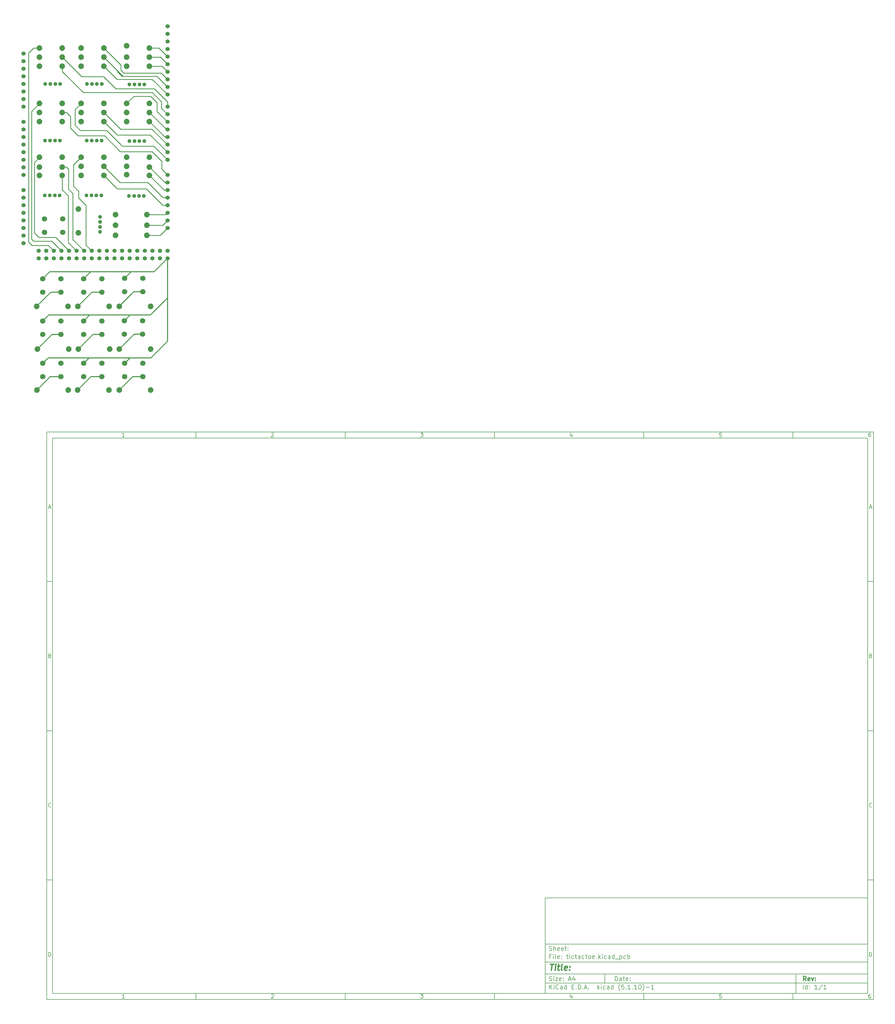
<source format=gbr>
%TF.GenerationSoftware,KiCad,Pcbnew,(5.1.10)-1*%
%TF.CreationDate,2021-10-16T16:01:45-05:00*%
%TF.ProjectId,tictactoe,74696374-6163-4746-9f65-2e6b69636164,rev?*%
%TF.SameCoordinates,Original*%
%TF.FileFunction,Copper,L1,Top*%
%TF.FilePolarity,Positive*%
%FSLAX46Y46*%
G04 Gerber Fmt 4.6, Leading zero omitted, Abs format (unit mm)*
G04 Created by KiCad (PCBNEW (5.1.10)-1) date 2021-10-16 16:01:45*
%MOMM*%
%LPD*%
G01*
G04 APERTURE LIST*
%ADD10C,0.100000*%
%ADD11C,0.150000*%
%ADD12C,0.300000*%
%ADD13C,0.400000*%
%TA.AperFunction,ViaPad*%
%ADD14C,1.879600*%
%TD*%
%TA.AperFunction,ViaPad*%
%ADD15C,1.800000*%
%TD*%
%TA.AperFunction,ViaPad*%
%ADD16C,1.300000*%
%TD*%
%TA.AperFunction,ViaPad*%
%ADD17C,1.422400*%
%TD*%
%TA.AperFunction,Conductor*%
%ADD18C,0.300000*%
%TD*%
%TA.AperFunction,Conductor*%
%ADD19C,0.250000*%
%TD*%
G04 APERTURE END LIST*
D10*
D11*
X177002200Y-166007200D02*
X177002200Y-198007200D01*
X285002200Y-198007200D01*
X285002200Y-166007200D01*
X177002200Y-166007200D01*
D10*
D11*
X10000000Y-10000000D02*
X10000000Y-200007200D01*
X287002200Y-200007200D01*
X287002200Y-10000000D01*
X10000000Y-10000000D01*
D10*
D11*
X12000000Y-12000000D02*
X12000000Y-198007200D01*
X285002200Y-198007200D01*
X285002200Y-12000000D01*
X12000000Y-12000000D01*
D10*
D11*
X60000000Y-12000000D02*
X60000000Y-10000000D01*
D10*
D11*
X110000000Y-12000000D02*
X110000000Y-10000000D01*
D10*
D11*
X160000000Y-12000000D02*
X160000000Y-10000000D01*
D10*
D11*
X210000000Y-12000000D02*
X210000000Y-10000000D01*
D10*
D11*
X260000000Y-12000000D02*
X260000000Y-10000000D01*
D10*
D11*
X36065476Y-11588095D02*
X35322619Y-11588095D01*
X35694047Y-11588095D02*
X35694047Y-10288095D01*
X35570238Y-10473809D01*
X35446428Y-10597619D01*
X35322619Y-10659523D01*
D10*
D11*
X85322619Y-10411904D02*
X85384523Y-10350000D01*
X85508333Y-10288095D01*
X85817857Y-10288095D01*
X85941666Y-10350000D01*
X86003571Y-10411904D01*
X86065476Y-10535714D01*
X86065476Y-10659523D01*
X86003571Y-10845238D01*
X85260714Y-11588095D01*
X86065476Y-11588095D01*
D10*
D11*
X135260714Y-10288095D02*
X136065476Y-10288095D01*
X135632142Y-10783333D01*
X135817857Y-10783333D01*
X135941666Y-10845238D01*
X136003571Y-10907142D01*
X136065476Y-11030952D01*
X136065476Y-11340476D01*
X136003571Y-11464285D01*
X135941666Y-11526190D01*
X135817857Y-11588095D01*
X135446428Y-11588095D01*
X135322619Y-11526190D01*
X135260714Y-11464285D01*
D10*
D11*
X185941666Y-10721428D02*
X185941666Y-11588095D01*
X185632142Y-10226190D02*
X185322619Y-11154761D01*
X186127380Y-11154761D01*
D10*
D11*
X236003571Y-10288095D02*
X235384523Y-10288095D01*
X235322619Y-10907142D01*
X235384523Y-10845238D01*
X235508333Y-10783333D01*
X235817857Y-10783333D01*
X235941666Y-10845238D01*
X236003571Y-10907142D01*
X236065476Y-11030952D01*
X236065476Y-11340476D01*
X236003571Y-11464285D01*
X235941666Y-11526190D01*
X235817857Y-11588095D01*
X235508333Y-11588095D01*
X235384523Y-11526190D01*
X235322619Y-11464285D01*
D10*
D11*
X285941666Y-10288095D02*
X285694047Y-10288095D01*
X285570238Y-10350000D01*
X285508333Y-10411904D01*
X285384523Y-10597619D01*
X285322619Y-10845238D01*
X285322619Y-11340476D01*
X285384523Y-11464285D01*
X285446428Y-11526190D01*
X285570238Y-11588095D01*
X285817857Y-11588095D01*
X285941666Y-11526190D01*
X286003571Y-11464285D01*
X286065476Y-11340476D01*
X286065476Y-11030952D01*
X286003571Y-10907142D01*
X285941666Y-10845238D01*
X285817857Y-10783333D01*
X285570238Y-10783333D01*
X285446428Y-10845238D01*
X285384523Y-10907142D01*
X285322619Y-11030952D01*
D10*
D11*
X60000000Y-198007200D02*
X60000000Y-200007200D01*
D10*
D11*
X110000000Y-198007200D02*
X110000000Y-200007200D01*
D10*
D11*
X160000000Y-198007200D02*
X160000000Y-200007200D01*
D10*
D11*
X210000000Y-198007200D02*
X210000000Y-200007200D01*
D10*
D11*
X260000000Y-198007200D02*
X260000000Y-200007200D01*
D10*
D11*
X36065476Y-199595295D02*
X35322619Y-199595295D01*
X35694047Y-199595295D02*
X35694047Y-198295295D01*
X35570238Y-198481009D01*
X35446428Y-198604819D01*
X35322619Y-198666723D01*
D10*
D11*
X85322619Y-198419104D02*
X85384523Y-198357200D01*
X85508333Y-198295295D01*
X85817857Y-198295295D01*
X85941666Y-198357200D01*
X86003571Y-198419104D01*
X86065476Y-198542914D01*
X86065476Y-198666723D01*
X86003571Y-198852438D01*
X85260714Y-199595295D01*
X86065476Y-199595295D01*
D10*
D11*
X135260714Y-198295295D02*
X136065476Y-198295295D01*
X135632142Y-198790533D01*
X135817857Y-198790533D01*
X135941666Y-198852438D01*
X136003571Y-198914342D01*
X136065476Y-199038152D01*
X136065476Y-199347676D01*
X136003571Y-199471485D01*
X135941666Y-199533390D01*
X135817857Y-199595295D01*
X135446428Y-199595295D01*
X135322619Y-199533390D01*
X135260714Y-199471485D01*
D10*
D11*
X185941666Y-198728628D02*
X185941666Y-199595295D01*
X185632142Y-198233390D02*
X185322619Y-199161961D01*
X186127380Y-199161961D01*
D10*
D11*
X236003571Y-198295295D02*
X235384523Y-198295295D01*
X235322619Y-198914342D01*
X235384523Y-198852438D01*
X235508333Y-198790533D01*
X235817857Y-198790533D01*
X235941666Y-198852438D01*
X236003571Y-198914342D01*
X236065476Y-199038152D01*
X236065476Y-199347676D01*
X236003571Y-199471485D01*
X235941666Y-199533390D01*
X235817857Y-199595295D01*
X235508333Y-199595295D01*
X235384523Y-199533390D01*
X235322619Y-199471485D01*
D10*
D11*
X285941666Y-198295295D02*
X285694047Y-198295295D01*
X285570238Y-198357200D01*
X285508333Y-198419104D01*
X285384523Y-198604819D01*
X285322619Y-198852438D01*
X285322619Y-199347676D01*
X285384523Y-199471485D01*
X285446428Y-199533390D01*
X285570238Y-199595295D01*
X285817857Y-199595295D01*
X285941666Y-199533390D01*
X286003571Y-199471485D01*
X286065476Y-199347676D01*
X286065476Y-199038152D01*
X286003571Y-198914342D01*
X285941666Y-198852438D01*
X285817857Y-198790533D01*
X285570238Y-198790533D01*
X285446428Y-198852438D01*
X285384523Y-198914342D01*
X285322619Y-199038152D01*
D10*
D11*
X10000000Y-60000000D02*
X12000000Y-60000000D01*
D10*
D11*
X10000000Y-110000000D02*
X12000000Y-110000000D01*
D10*
D11*
X10000000Y-160000000D02*
X12000000Y-160000000D01*
D10*
D11*
X10690476Y-35216666D02*
X11309523Y-35216666D01*
X10566666Y-35588095D02*
X11000000Y-34288095D01*
X11433333Y-35588095D01*
D10*
D11*
X11092857Y-84907142D02*
X11278571Y-84969047D01*
X11340476Y-85030952D01*
X11402380Y-85154761D01*
X11402380Y-85340476D01*
X11340476Y-85464285D01*
X11278571Y-85526190D01*
X11154761Y-85588095D01*
X10659523Y-85588095D01*
X10659523Y-84288095D01*
X11092857Y-84288095D01*
X11216666Y-84350000D01*
X11278571Y-84411904D01*
X11340476Y-84535714D01*
X11340476Y-84659523D01*
X11278571Y-84783333D01*
X11216666Y-84845238D01*
X11092857Y-84907142D01*
X10659523Y-84907142D01*
D10*
D11*
X11402380Y-135464285D02*
X11340476Y-135526190D01*
X11154761Y-135588095D01*
X11030952Y-135588095D01*
X10845238Y-135526190D01*
X10721428Y-135402380D01*
X10659523Y-135278571D01*
X10597619Y-135030952D01*
X10597619Y-134845238D01*
X10659523Y-134597619D01*
X10721428Y-134473809D01*
X10845238Y-134350000D01*
X11030952Y-134288095D01*
X11154761Y-134288095D01*
X11340476Y-134350000D01*
X11402380Y-134411904D01*
D10*
D11*
X10659523Y-185588095D02*
X10659523Y-184288095D01*
X10969047Y-184288095D01*
X11154761Y-184350000D01*
X11278571Y-184473809D01*
X11340476Y-184597619D01*
X11402380Y-184845238D01*
X11402380Y-185030952D01*
X11340476Y-185278571D01*
X11278571Y-185402380D01*
X11154761Y-185526190D01*
X10969047Y-185588095D01*
X10659523Y-185588095D01*
D10*
D11*
X287002200Y-60000000D02*
X285002200Y-60000000D01*
D10*
D11*
X287002200Y-110000000D02*
X285002200Y-110000000D01*
D10*
D11*
X287002200Y-160000000D02*
X285002200Y-160000000D01*
D10*
D11*
X285692676Y-35216666D02*
X286311723Y-35216666D01*
X285568866Y-35588095D02*
X286002200Y-34288095D01*
X286435533Y-35588095D01*
D10*
D11*
X286095057Y-84907142D02*
X286280771Y-84969047D01*
X286342676Y-85030952D01*
X286404580Y-85154761D01*
X286404580Y-85340476D01*
X286342676Y-85464285D01*
X286280771Y-85526190D01*
X286156961Y-85588095D01*
X285661723Y-85588095D01*
X285661723Y-84288095D01*
X286095057Y-84288095D01*
X286218866Y-84350000D01*
X286280771Y-84411904D01*
X286342676Y-84535714D01*
X286342676Y-84659523D01*
X286280771Y-84783333D01*
X286218866Y-84845238D01*
X286095057Y-84907142D01*
X285661723Y-84907142D01*
D10*
D11*
X286404580Y-135464285D02*
X286342676Y-135526190D01*
X286156961Y-135588095D01*
X286033152Y-135588095D01*
X285847438Y-135526190D01*
X285723628Y-135402380D01*
X285661723Y-135278571D01*
X285599819Y-135030952D01*
X285599819Y-134845238D01*
X285661723Y-134597619D01*
X285723628Y-134473809D01*
X285847438Y-134350000D01*
X286033152Y-134288095D01*
X286156961Y-134288095D01*
X286342676Y-134350000D01*
X286404580Y-134411904D01*
D10*
D11*
X285661723Y-185588095D02*
X285661723Y-184288095D01*
X285971247Y-184288095D01*
X286156961Y-184350000D01*
X286280771Y-184473809D01*
X286342676Y-184597619D01*
X286404580Y-184845238D01*
X286404580Y-185030952D01*
X286342676Y-185278571D01*
X286280771Y-185402380D01*
X286156961Y-185526190D01*
X285971247Y-185588095D01*
X285661723Y-185588095D01*
D10*
D11*
X200434342Y-193785771D02*
X200434342Y-192285771D01*
X200791485Y-192285771D01*
X201005771Y-192357200D01*
X201148628Y-192500057D01*
X201220057Y-192642914D01*
X201291485Y-192928628D01*
X201291485Y-193142914D01*
X201220057Y-193428628D01*
X201148628Y-193571485D01*
X201005771Y-193714342D01*
X200791485Y-193785771D01*
X200434342Y-193785771D01*
X202577200Y-193785771D02*
X202577200Y-193000057D01*
X202505771Y-192857200D01*
X202362914Y-192785771D01*
X202077200Y-192785771D01*
X201934342Y-192857200D01*
X202577200Y-193714342D02*
X202434342Y-193785771D01*
X202077200Y-193785771D01*
X201934342Y-193714342D01*
X201862914Y-193571485D01*
X201862914Y-193428628D01*
X201934342Y-193285771D01*
X202077200Y-193214342D01*
X202434342Y-193214342D01*
X202577200Y-193142914D01*
X203077200Y-192785771D02*
X203648628Y-192785771D01*
X203291485Y-192285771D02*
X203291485Y-193571485D01*
X203362914Y-193714342D01*
X203505771Y-193785771D01*
X203648628Y-193785771D01*
X204720057Y-193714342D02*
X204577200Y-193785771D01*
X204291485Y-193785771D01*
X204148628Y-193714342D01*
X204077200Y-193571485D01*
X204077200Y-193000057D01*
X204148628Y-192857200D01*
X204291485Y-192785771D01*
X204577200Y-192785771D01*
X204720057Y-192857200D01*
X204791485Y-193000057D01*
X204791485Y-193142914D01*
X204077200Y-193285771D01*
X205434342Y-193642914D02*
X205505771Y-193714342D01*
X205434342Y-193785771D01*
X205362914Y-193714342D01*
X205434342Y-193642914D01*
X205434342Y-193785771D01*
X205434342Y-192857200D02*
X205505771Y-192928628D01*
X205434342Y-193000057D01*
X205362914Y-192928628D01*
X205434342Y-192857200D01*
X205434342Y-193000057D01*
D10*
D11*
X177002200Y-194507200D02*
X285002200Y-194507200D01*
D10*
D11*
X178434342Y-196585771D02*
X178434342Y-195085771D01*
X179291485Y-196585771D02*
X178648628Y-195728628D01*
X179291485Y-195085771D02*
X178434342Y-195942914D01*
X179934342Y-196585771D02*
X179934342Y-195585771D01*
X179934342Y-195085771D02*
X179862914Y-195157200D01*
X179934342Y-195228628D01*
X180005771Y-195157200D01*
X179934342Y-195085771D01*
X179934342Y-195228628D01*
X181505771Y-196442914D02*
X181434342Y-196514342D01*
X181220057Y-196585771D01*
X181077200Y-196585771D01*
X180862914Y-196514342D01*
X180720057Y-196371485D01*
X180648628Y-196228628D01*
X180577200Y-195942914D01*
X180577200Y-195728628D01*
X180648628Y-195442914D01*
X180720057Y-195300057D01*
X180862914Y-195157200D01*
X181077200Y-195085771D01*
X181220057Y-195085771D01*
X181434342Y-195157200D01*
X181505771Y-195228628D01*
X182791485Y-196585771D02*
X182791485Y-195800057D01*
X182720057Y-195657200D01*
X182577200Y-195585771D01*
X182291485Y-195585771D01*
X182148628Y-195657200D01*
X182791485Y-196514342D02*
X182648628Y-196585771D01*
X182291485Y-196585771D01*
X182148628Y-196514342D01*
X182077200Y-196371485D01*
X182077200Y-196228628D01*
X182148628Y-196085771D01*
X182291485Y-196014342D01*
X182648628Y-196014342D01*
X182791485Y-195942914D01*
X184148628Y-196585771D02*
X184148628Y-195085771D01*
X184148628Y-196514342D02*
X184005771Y-196585771D01*
X183720057Y-196585771D01*
X183577200Y-196514342D01*
X183505771Y-196442914D01*
X183434342Y-196300057D01*
X183434342Y-195871485D01*
X183505771Y-195728628D01*
X183577200Y-195657200D01*
X183720057Y-195585771D01*
X184005771Y-195585771D01*
X184148628Y-195657200D01*
X186005771Y-195800057D02*
X186505771Y-195800057D01*
X186720057Y-196585771D02*
X186005771Y-196585771D01*
X186005771Y-195085771D01*
X186720057Y-195085771D01*
X187362914Y-196442914D02*
X187434342Y-196514342D01*
X187362914Y-196585771D01*
X187291485Y-196514342D01*
X187362914Y-196442914D01*
X187362914Y-196585771D01*
X188077200Y-196585771D02*
X188077200Y-195085771D01*
X188434342Y-195085771D01*
X188648628Y-195157200D01*
X188791485Y-195300057D01*
X188862914Y-195442914D01*
X188934342Y-195728628D01*
X188934342Y-195942914D01*
X188862914Y-196228628D01*
X188791485Y-196371485D01*
X188648628Y-196514342D01*
X188434342Y-196585771D01*
X188077200Y-196585771D01*
X189577200Y-196442914D02*
X189648628Y-196514342D01*
X189577200Y-196585771D01*
X189505771Y-196514342D01*
X189577200Y-196442914D01*
X189577200Y-196585771D01*
X190220057Y-196157200D02*
X190934342Y-196157200D01*
X190077200Y-196585771D02*
X190577200Y-195085771D01*
X191077200Y-196585771D01*
X191577200Y-196442914D02*
X191648628Y-196514342D01*
X191577200Y-196585771D01*
X191505771Y-196514342D01*
X191577200Y-196442914D01*
X191577200Y-196585771D01*
X194577200Y-196585771D02*
X194577200Y-195085771D01*
X194720057Y-196014342D02*
X195148628Y-196585771D01*
X195148628Y-195585771D02*
X194577200Y-196157200D01*
X195791485Y-196585771D02*
X195791485Y-195585771D01*
X195791485Y-195085771D02*
X195720057Y-195157200D01*
X195791485Y-195228628D01*
X195862914Y-195157200D01*
X195791485Y-195085771D01*
X195791485Y-195228628D01*
X197148628Y-196514342D02*
X197005771Y-196585771D01*
X196720057Y-196585771D01*
X196577200Y-196514342D01*
X196505771Y-196442914D01*
X196434342Y-196300057D01*
X196434342Y-195871485D01*
X196505771Y-195728628D01*
X196577200Y-195657200D01*
X196720057Y-195585771D01*
X197005771Y-195585771D01*
X197148628Y-195657200D01*
X198434342Y-196585771D02*
X198434342Y-195800057D01*
X198362914Y-195657200D01*
X198220057Y-195585771D01*
X197934342Y-195585771D01*
X197791485Y-195657200D01*
X198434342Y-196514342D02*
X198291485Y-196585771D01*
X197934342Y-196585771D01*
X197791485Y-196514342D01*
X197720057Y-196371485D01*
X197720057Y-196228628D01*
X197791485Y-196085771D01*
X197934342Y-196014342D01*
X198291485Y-196014342D01*
X198434342Y-195942914D01*
X199791485Y-196585771D02*
X199791485Y-195085771D01*
X199791485Y-196514342D02*
X199648628Y-196585771D01*
X199362914Y-196585771D01*
X199220057Y-196514342D01*
X199148628Y-196442914D01*
X199077200Y-196300057D01*
X199077200Y-195871485D01*
X199148628Y-195728628D01*
X199220057Y-195657200D01*
X199362914Y-195585771D01*
X199648628Y-195585771D01*
X199791485Y-195657200D01*
X202077200Y-197157200D02*
X202005771Y-197085771D01*
X201862914Y-196871485D01*
X201791485Y-196728628D01*
X201720057Y-196514342D01*
X201648628Y-196157200D01*
X201648628Y-195871485D01*
X201720057Y-195514342D01*
X201791485Y-195300057D01*
X201862914Y-195157200D01*
X202005771Y-194942914D01*
X202077200Y-194871485D01*
X203362914Y-195085771D02*
X202648628Y-195085771D01*
X202577200Y-195800057D01*
X202648628Y-195728628D01*
X202791485Y-195657200D01*
X203148628Y-195657200D01*
X203291485Y-195728628D01*
X203362914Y-195800057D01*
X203434342Y-195942914D01*
X203434342Y-196300057D01*
X203362914Y-196442914D01*
X203291485Y-196514342D01*
X203148628Y-196585771D01*
X202791485Y-196585771D01*
X202648628Y-196514342D01*
X202577200Y-196442914D01*
X204077200Y-196442914D02*
X204148628Y-196514342D01*
X204077200Y-196585771D01*
X204005771Y-196514342D01*
X204077200Y-196442914D01*
X204077200Y-196585771D01*
X205577200Y-196585771D02*
X204720057Y-196585771D01*
X205148628Y-196585771D02*
X205148628Y-195085771D01*
X205005771Y-195300057D01*
X204862914Y-195442914D01*
X204720057Y-195514342D01*
X206220057Y-196442914D02*
X206291485Y-196514342D01*
X206220057Y-196585771D01*
X206148628Y-196514342D01*
X206220057Y-196442914D01*
X206220057Y-196585771D01*
X207720057Y-196585771D02*
X206862914Y-196585771D01*
X207291485Y-196585771D02*
X207291485Y-195085771D01*
X207148628Y-195300057D01*
X207005771Y-195442914D01*
X206862914Y-195514342D01*
X208648628Y-195085771D02*
X208791485Y-195085771D01*
X208934342Y-195157200D01*
X209005771Y-195228628D01*
X209077200Y-195371485D01*
X209148628Y-195657200D01*
X209148628Y-196014342D01*
X209077200Y-196300057D01*
X209005771Y-196442914D01*
X208934342Y-196514342D01*
X208791485Y-196585771D01*
X208648628Y-196585771D01*
X208505771Y-196514342D01*
X208434342Y-196442914D01*
X208362914Y-196300057D01*
X208291485Y-196014342D01*
X208291485Y-195657200D01*
X208362914Y-195371485D01*
X208434342Y-195228628D01*
X208505771Y-195157200D01*
X208648628Y-195085771D01*
X209648628Y-197157200D02*
X209720057Y-197085771D01*
X209862914Y-196871485D01*
X209934342Y-196728628D01*
X210005771Y-196514342D01*
X210077200Y-196157200D01*
X210077200Y-195871485D01*
X210005771Y-195514342D01*
X209934342Y-195300057D01*
X209862914Y-195157200D01*
X209720057Y-194942914D01*
X209648628Y-194871485D01*
X210791485Y-196014342D02*
X211934342Y-196014342D01*
X213434342Y-196585771D02*
X212577200Y-196585771D01*
X213005771Y-196585771D02*
X213005771Y-195085771D01*
X212862914Y-195300057D01*
X212720057Y-195442914D01*
X212577200Y-195514342D01*
D10*
D11*
X177002200Y-191507200D02*
X285002200Y-191507200D01*
D10*
D12*
X264411485Y-193785771D02*
X263911485Y-193071485D01*
X263554342Y-193785771D02*
X263554342Y-192285771D01*
X264125771Y-192285771D01*
X264268628Y-192357200D01*
X264340057Y-192428628D01*
X264411485Y-192571485D01*
X264411485Y-192785771D01*
X264340057Y-192928628D01*
X264268628Y-193000057D01*
X264125771Y-193071485D01*
X263554342Y-193071485D01*
X265625771Y-193714342D02*
X265482914Y-193785771D01*
X265197200Y-193785771D01*
X265054342Y-193714342D01*
X264982914Y-193571485D01*
X264982914Y-193000057D01*
X265054342Y-192857200D01*
X265197200Y-192785771D01*
X265482914Y-192785771D01*
X265625771Y-192857200D01*
X265697200Y-193000057D01*
X265697200Y-193142914D01*
X264982914Y-193285771D01*
X266197200Y-192785771D02*
X266554342Y-193785771D01*
X266911485Y-192785771D01*
X267482914Y-193642914D02*
X267554342Y-193714342D01*
X267482914Y-193785771D01*
X267411485Y-193714342D01*
X267482914Y-193642914D01*
X267482914Y-193785771D01*
X267482914Y-192857200D02*
X267554342Y-192928628D01*
X267482914Y-193000057D01*
X267411485Y-192928628D01*
X267482914Y-192857200D01*
X267482914Y-193000057D01*
D10*
D11*
X178362914Y-193714342D02*
X178577200Y-193785771D01*
X178934342Y-193785771D01*
X179077200Y-193714342D01*
X179148628Y-193642914D01*
X179220057Y-193500057D01*
X179220057Y-193357200D01*
X179148628Y-193214342D01*
X179077200Y-193142914D01*
X178934342Y-193071485D01*
X178648628Y-193000057D01*
X178505771Y-192928628D01*
X178434342Y-192857200D01*
X178362914Y-192714342D01*
X178362914Y-192571485D01*
X178434342Y-192428628D01*
X178505771Y-192357200D01*
X178648628Y-192285771D01*
X179005771Y-192285771D01*
X179220057Y-192357200D01*
X179862914Y-193785771D02*
X179862914Y-192785771D01*
X179862914Y-192285771D02*
X179791485Y-192357200D01*
X179862914Y-192428628D01*
X179934342Y-192357200D01*
X179862914Y-192285771D01*
X179862914Y-192428628D01*
X180434342Y-192785771D02*
X181220057Y-192785771D01*
X180434342Y-193785771D01*
X181220057Y-193785771D01*
X182362914Y-193714342D02*
X182220057Y-193785771D01*
X181934342Y-193785771D01*
X181791485Y-193714342D01*
X181720057Y-193571485D01*
X181720057Y-193000057D01*
X181791485Y-192857200D01*
X181934342Y-192785771D01*
X182220057Y-192785771D01*
X182362914Y-192857200D01*
X182434342Y-193000057D01*
X182434342Y-193142914D01*
X181720057Y-193285771D01*
X183077200Y-193642914D02*
X183148628Y-193714342D01*
X183077200Y-193785771D01*
X183005771Y-193714342D01*
X183077200Y-193642914D01*
X183077200Y-193785771D01*
X183077200Y-192857200D02*
X183148628Y-192928628D01*
X183077200Y-193000057D01*
X183005771Y-192928628D01*
X183077200Y-192857200D01*
X183077200Y-193000057D01*
X184862914Y-193357200D02*
X185577200Y-193357200D01*
X184720057Y-193785771D02*
X185220057Y-192285771D01*
X185720057Y-193785771D01*
X186862914Y-192785771D02*
X186862914Y-193785771D01*
X186505771Y-192214342D02*
X186148628Y-193285771D01*
X187077200Y-193285771D01*
D10*
D11*
X263434342Y-196585771D02*
X263434342Y-195085771D01*
X264791485Y-196585771D02*
X264791485Y-195085771D01*
X264791485Y-196514342D02*
X264648628Y-196585771D01*
X264362914Y-196585771D01*
X264220057Y-196514342D01*
X264148628Y-196442914D01*
X264077200Y-196300057D01*
X264077200Y-195871485D01*
X264148628Y-195728628D01*
X264220057Y-195657200D01*
X264362914Y-195585771D01*
X264648628Y-195585771D01*
X264791485Y-195657200D01*
X265505771Y-196442914D02*
X265577200Y-196514342D01*
X265505771Y-196585771D01*
X265434342Y-196514342D01*
X265505771Y-196442914D01*
X265505771Y-196585771D01*
X265505771Y-195657200D02*
X265577200Y-195728628D01*
X265505771Y-195800057D01*
X265434342Y-195728628D01*
X265505771Y-195657200D01*
X265505771Y-195800057D01*
X268148628Y-196585771D02*
X267291485Y-196585771D01*
X267720057Y-196585771D02*
X267720057Y-195085771D01*
X267577200Y-195300057D01*
X267434342Y-195442914D01*
X267291485Y-195514342D01*
X269862914Y-195014342D02*
X268577200Y-196942914D01*
X271148628Y-196585771D02*
X270291485Y-196585771D01*
X270720057Y-196585771D02*
X270720057Y-195085771D01*
X270577200Y-195300057D01*
X270434342Y-195442914D01*
X270291485Y-195514342D01*
D10*
D11*
X177002200Y-187507200D02*
X285002200Y-187507200D01*
D10*
D13*
X178714580Y-188211961D02*
X179857438Y-188211961D01*
X179036009Y-190211961D02*
X179286009Y-188211961D01*
X180274104Y-190211961D02*
X180440771Y-188878628D01*
X180524104Y-188211961D02*
X180416961Y-188307200D01*
X180500295Y-188402438D01*
X180607438Y-188307200D01*
X180524104Y-188211961D01*
X180500295Y-188402438D01*
X181107438Y-188878628D02*
X181869342Y-188878628D01*
X181476485Y-188211961D02*
X181262200Y-189926247D01*
X181333628Y-190116723D01*
X181512200Y-190211961D01*
X181702676Y-190211961D01*
X182655057Y-190211961D02*
X182476485Y-190116723D01*
X182405057Y-189926247D01*
X182619342Y-188211961D01*
X184190771Y-190116723D02*
X183988390Y-190211961D01*
X183607438Y-190211961D01*
X183428866Y-190116723D01*
X183357438Y-189926247D01*
X183452676Y-189164342D01*
X183571723Y-188973866D01*
X183774104Y-188878628D01*
X184155057Y-188878628D01*
X184333628Y-188973866D01*
X184405057Y-189164342D01*
X184381247Y-189354819D01*
X183405057Y-189545295D01*
X185155057Y-190021485D02*
X185238390Y-190116723D01*
X185131247Y-190211961D01*
X185047914Y-190116723D01*
X185155057Y-190021485D01*
X185131247Y-190211961D01*
X185286009Y-188973866D02*
X185369342Y-189069104D01*
X185262200Y-189164342D01*
X185178866Y-189069104D01*
X185286009Y-188973866D01*
X185262200Y-189164342D01*
D10*
D11*
X178934342Y-185600057D02*
X178434342Y-185600057D01*
X178434342Y-186385771D02*
X178434342Y-184885771D01*
X179148628Y-184885771D01*
X179720057Y-186385771D02*
X179720057Y-185385771D01*
X179720057Y-184885771D02*
X179648628Y-184957200D01*
X179720057Y-185028628D01*
X179791485Y-184957200D01*
X179720057Y-184885771D01*
X179720057Y-185028628D01*
X180648628Y-186385771D02*
X180505771Y-186314342D01*
X180434342Y-186171485D01*
X180434342Y-184885771D01*
X181791485Y-186314342D02*
X181648628Y-186385771D01*
X181362914Y-186385771D01*
X181220057Y-186314342D01*
X181148628Y-186171485D01*
X181148628Y-185600057D01*
X181220057Y-185457200D01*
X181362914Y-185385771D01*
X181648628Y-185385771D01*
X181791485Y-185457200D01*
X181862914Y-185600057D01*
X181862914Y-185742914D01*
X181148628Y-185885771D01*
X182505771Y-186242914D02*
X182577200Y-186314342D01*
X182505771Y-186385771D01*
X182434342Y-186314342D01*
X182505771Y-186242914D01*
X182505771Y-186385771D01*
X182505771Y-185457200D02*
X182577200Y-185528628D01*
X182505771Y-185600057D01*
X182434342Y-185528628D01*
X182505771Y-185457200D01*
X182505771Y-185600057D01*
X184148628Y-185385771D02*
X184720057Y-185385771D01*
X184362914Y-184885771D02*
X184362914Y-186171485D01*
X184434342Y-186314342D01*
X184577200Y-186385771D01*
X184720057Y-186385771D01*
X185220057Y-186385771D02*
X185220057Y-185385771D01*
X185220057Y-184885771D02*
X185148628Y-184957200D01*
X185220057Y-185028628D01*
X185291485Y-184957200D01*
X185220057Y-184885771D01*
X185220057Y-185028628D01*
X186577200Y-186314342D02*
X186434342Y-186385771D01*
X186148628Y-186385771D01*
X186005771Y-186314342D01*
X185934342Y-186242914D01*
X185862914Y-186100057D01*
X185862914Y-185671485D01*
X185934342Y-185528628D01*
X186005771Y-185457200D01*
X186148628Y-185385771D01*
X186434342Y-185385771D01*
X186577200Y-185457200D01*
X187005771Y-185385771D02*
X187577200Y-185385771D01*
X187220057Y-184885771D02*
X187220057Y-186171485D01*
X187291485Y-186314342D01*
X187434342Y-186385771D01*
X187577200Y-186385771D01*
X188720057Y-186385771D02*
X188720057Y-185600057D01*
X188648628Y-185457200D01*
X188505771Y-185385771D01*
X188220057Y-185385771D01*
X188077200Y-185457200D01*
X188720057Y-186314342D02*
X188577200Y-186385771D01*
X188220057Y-186385771D01*
X188077200Y-186314342D01*
X188005771Y-186171485D01*
X188005771Y-186028628D01*
X188077200Y-185885771D01*
X188220057Y-185814342D01*
X188577200Y-185814342D01*
X188720057Y-185742914D01*
X190077200Y-186314342D02*
X189934342Y-186385771D01*
X189648628Y-186385771D01*
X189505771Y-186314342D01*
X189434342Y-186242914D01*
X189362914Y-186100057D01*
X189362914Y-185671485D01*
X189434342Y-185528628D01*
X189505771Y-185457200D01*
X189648628Y-185385771D01*
X189934342Y-185385771D01*
X190077200Y-185457200D01*
X190505771Y-185385771D02*
X191077200Y-185385771D01*
X190720057Y-184885771D02*
X190720057Y-186171485D01*
X190791485Y-186314342D01*
X190934342Y-186385771D01*
X191077200Y-186385771D01*
X191791485Y-186385771D02*
X191648628Y-186314342D01*
X191577200Y-186242914D01*
X191505771Y-186100057D01*
X191505771Y-185671485D01*
X191577200Y-185528628D01*
X191648628Y-185457200D01*
X191791485Y-185385771D01*
X192005771Y-185385771D01*
X192148628Y-185457200D01*
X192220057Y-185528628D01*
X192291485Y-185671485D01*
X192291485Y-186100057D01*
X192220057Y-186242914D01*
X192148628Y-186314342D01*
X192005771Y-186385771D01*
X191791485Y-186385771D01*
X193505771Y-186314342D02*
X193362914Y-186385771D01*
X193077200Y-186385771D01*
X192934342Y-186314342D01*
X192862914Y-186171485D01*
X192862914Y-185600057D01*
X192934342Y-185457200D01*
X193077200Y-185385771D01*
X193362914Y-185385771D01*
X193505771Y-185457200D01*
X193577200Y-185600057D01*
X193577200Y-185742914D01*
X192862914Y-185885771D01*
X194220057Y-186242914D02*
X194291485Y-186314342D01*
X194220057Y-186385771D01*
X194148628Y-186314342D01*
X194220057Y-186242914D01*
X194220057Y-186385771D01*
X194934342Y-186385771D02*
X194934342Y-184885771D01*
X195077200Y-185814342D02*
X195505771Y-186385771D01*
X195505771Y-185385771D02*
X194934342Y-185957200D01*
X196148628Y-186385771D02*
X196148628Y-185385771D01*
X196148628Y-184885771D02*
X196077200Y-184957200D01*
X196148628Y-185028628D01*
X196220057Y-184957200D01*
X196148628Y-184885771D01*
X196148628Y-185028628D01*
X197505771Y-186314342D02*
X197362914Y-186385771D01*
X197077200Y-186385771D01*
X196934342Y-186314342D01*
X196862914Y-186242914D01*
X196791485Y-186100057D01*
X196791485Y-185671485D01*
X196862914Y-185528628D01*
X196934342Y-185457200D01*
X197077200Y-185385771D01*
X197362914Y-185385771D01*
X197505771Y-185457200D01*
X198791485Y-186385771D02*
X198791485Y-185600057D01*
X198720057Y-185457200D01*
X198577200Y-185385771D01*
X198291485Y-185385771D01*
X198148628Y-185457200D01*
X198791485Y-186314342D02*
X198648628Y-186385771D01*
X198291485Y-186385771D01*
X198148628Y-186314342D01*
X198077200Y-186171485D01*
X198077200Y-186028628D01*
X198148628Y-185885771D01*
X198291485Y-185814342D01*
X198648628Y-185814342D01*
X198791485Y-185742914D01*
X200148628Y-186385771D02*
X200148628Y-184885771D01*
X200148628Y-186314342D02*
X200005771Y-186385771D01*
X199720057Y-186385771D01*
X199577200Y-186314342D01*
X199505771Y-186242914D01*
X199434342Y-186100057D01*
X199434342Y-185671485D01*
X199505771Y-185528628D01*
X199577200Y-185457200D01*
X199720057Y-185385771D01*
X200005771Y-185385771D01*
X200148628Y-185457200D01*
X200505771Y-186528628D02*
X201648628Y-186528628D01*
X202005771Y-185385771D02*
X202005771Y-186885771D01*
X202005771Y-185457200D02*
X202148628Y-185385771D01*
X202434342Y-185385771D01*
X202577200Y-185457200D01*
X202648628Y-185528628D01*
X202720057Y-185671485D01*
X202720057Y-186100057D01*
X202648628Y-186242914D01*
X202577200Y-186314342D01*
X202434342Y-186385771D01*
X202148628Y-186385771D01*
X202005771Y-186314342D01*
X204005771Y-186314342D02*
X203862914Y-186385771D01*
X203577200Y-186385771D01*
X203434342Y-186314342D01*
X203362914Y-186242914D01*
X203291485Y-186100057D01*
X203291485Y-185671485D01*
X203362914Y-185528628D01*
X203434342Y-185457200D01*
X203577200Y-185385771D01*
X203862914Y-185385771D01*
X204005771Y-185457200D01*
X204648628Y-186385771D02*
X204648628Y-184885771D01*
X204648628Y-185457200D02*
X204791485Y-185385771D01*
X205077200Y-185385771D01*
X205220057Y-185457200D01*
X205291485Y-185528628D01*
X205362914Y-185671485D01*
X205362914Y-186100057D01*
X205291485Y-186242914D01*
X205220057Y-186314342D01*
X205077200Y-186385771D01*
X204791485Y-186385771D01*
X204648628Y-186314342D01*
D10*
D11*
X177002200Y-181507200D02*
X285002200Y-181507200D01*
D10*
D11*
X178362914Y-183614342D02*
X178577200Y-183685771D01*
X178934342Y-183685771D01*
X179077200Y-183614342D01*
X179148628Y-183542914D01*
X179220057Y-183400057D01*
X179220057Y-183257200D01*
X179148628Y-183114342D01*
X179077200Y-183042914D01*
X178934342Y-182971485D01*
X178648628Y-182900057D01*
X178505771Y-182828628D01*
X178434342Y-182757200D01*
X178362914Y-182614342D01*
X178362914Y-182471485D01*
X178434342Y-182328628D01*
X178505771Y-182257200D01*
X178648628Y-182185771D01*
X179005771Y-182185771D01*
X179220057Y-182257200D01*
X179862914Y-183685771D02*
X179862914Y-182185771D01*
X180505771Y-183685771D02*
X180505771Y-182900057D01*
X180434342Y-182757200D01*
X180291485Y-182685771D01*
X180077200Y-182685771D01*
X179934342Y-182757200D01*
X179862914Y-182828628D01*
X181791485Y-183614342D02*
X181648628Y-183685771D01*
X181362914Y-183685771D01*
X181220057Y-183614342D01*
X181148628Y-183471485D01*
X181148628Y-182900057D01*
X181220057Y-182757200D01*
X181362914Y-182685771D01*
X181648628Y-182685771D01*
X181791485Y-182757200D01*
X181862914Y-182900057D01*
X181862914Y-183042914D01*
X181148628Y-183185771D01*
X183077200Y-183614342D02*
X182934342Y-183685771D01*
X182648628Y-183685771D01*
X182505771Y-183614342D01*
X182434342Y-183471485D01*
X182434342Y-182900057D01*
X182505771Y-182757200D01*
X182648628Y-182685771D01*
X182934342Y-182685771D01*
X183077200Y-182757200D01*
X183148628Y-182900057D01*
X183148628Y-183042914D01*
X182434342Y-183185771D01*
X183577200Y-182685771D02*
X184148628Y-182685771D01*
X183791485Y-182185771D02*
X183791485Y-183471485D01*
X183862914Y-183614342D01*
X184005771Y-183685771D01*
X184148628Y-183685771D01*
X184648628Y-183542914D02*
X184720057Y-183614342D01*
X184648628Y-183685771D01*
X184577200Y-183614342D01*
X184648628Y-183542914D01*
X184648628Y-183685771D01*
X184648628Y-182757200D02*
X184720057Y-182828628D01*
X184648628Y-182900057D01*
X184577200Y-182828628D01*
X184648628Y-182757200D01*
X184648628Y-182900057D01*
D10*
D11*
X197002200Y-191507200D02*
X197002200Y-194507200D01*
D10*
D11*
X261002200Y-191507200D02*
X261002200Y-198007200D01*
D14*
%TO.N,*%
X6624570Y32131000D03*
X17124420Y32131000D03*
X20467570Y32131000D03*
X30967420Y32131000D03*
X34310570Y32131000D03*
X44810420Y32131000D03*
X6878570Y17780000D03*
X17378420Y17780000D03*
X20594570Y17780000D03*
X31094420Y17780000D03*
X34310570Y17780000D03*
X44810420Y17780000D03*
X34310570Y4064000D03*
X44810420Y4064000D03*
X20340570Y4064000D03*
X30840420Y4064000D03*
X6751570Y4064000D03*
X17251420Y4064000D03*
D15*
X14797530Y41365930D03*
X8697460Y41365930D03*
X8697460Y36866060D03*
X14797530Y36866060D03*
X28513530Y41365930D03*
X22413460Y41365930D03*
X22413460Y36866060D03*
X28513530Y36866060D03*
X42229530Y41492930D03*
X36129460Y41492930D03*
X36129460Y36993060D03*
X42229530Y36993060D03*
X14797530Y27205430D03*
X8697460Y27205430D03*
X8697460Y22705560D03*
X14797530Y22705560D03*
X28513530Y27205430D03*
X22413460Y27205430D03*
X22413460Y22705560D03*
X28513530Y22705560D03*
X42102530Y27268930D03*
X36002460Y27268930D03*
X36002460Y22769060D03*
X42102530Y22769060D03*
X14797530Y13044930D03*
X8697460Y13044930D03*
X8697460Y8545060D03*
X14797530Y8545060D03*
X28513530Y13044930D03*
X22413460Y13044930D03*
X22413460Y8545060D03*
X28513530Y8545060D03*
X42229530Y13044930D03*
X36129460Y13044930D03*
X36129460Y8545060D03*
X42229530Y8545060D03*
D14*
X20637500Y56726070D03*
X20637500Y64685920D03*
D15*
X15369030Y61431930D03*
X9268960Y61431930D03*
X9268960Y56932060D03*
X15369030Y56932060D03*
D16*
X27940000Y62062360D03*
X27940000Y60355470D03*
X27940000Y57063630D03*
D14*
X33040570Y59309000D03*
X43540420Y59309000D03*
X33040570Y62865000D03*
X43540420Y62865000D03*
X33040570Y55880000D03*
X43540420Y55880000D03*
D17*
X2222500Y111668550D03*
X2222500Y109128550D03*
X2222500Y106588550D03*
X2222500Y104048550D03*
X2222500Y101508550D03*
X2222500Y98968550D03*
X2222500Y93888550D03*
X2222500Y91348550D03*
X2222500Y88808550D03*
X2222500Y86268550D03*
X2222500Y83728550D03*
X2222500Y81188550D03*
X50482500Y81188550D03*
X50482500Y83728550D03*
X50482500Y86268550D03*
X50482500Y88808550D03*
X50482500Y91348550D03*
X50482500Y93888550D03*
X50482500Y96428550D03*
X50482500Y98968550D03*
X50482500Y103032550D03*
X50482500Y105572550D03*
X50482500Y108112550D03*
X50482500Y110652550D03*
X50482500Y113192550D03*
X50482500Y115732550D03*
X50482500Y118272550D03*
X50482500Y120812550D03*
X2222500Y78648550D03*
X2222500Y76108550D03*
X2222500Y71028550D03*
X2222500Y68488550D03*
X2222500Y65948550D03*
X2222500Y63408550D03*
X2222500Y60868550D03*
X2222500Y58328550D03*
X2222500Y55788550D03*
X2222500Y53248550D03*
X50482500Y76108550D03*
X50482500Y73568550D03*
X50482500Y71028550D03*
X50482500Y68488550D03*
X50482500Y65948550D03*
X50482500Y63408550D03*
X50482500Y60868550D03*
X50482500Y58328550D03*
X9842500Y50708550D03*
X7302500Y50708550D03*
X7302500Y48168550D03*
X12382500Y50708550D03*
X14922500Y50708550D03*
X17462500Y50708550D03*
X20002500Y50708550D03*
X22542500Y50708550D03*
X25082500Y50708550D03*
X27622500Y50708550D03*
X30162500Y50708550D03*
X32702500Y50708550D03*
X35242500Y50708550D03*
X37782500Y50708550D03*
X40322500Y50708550D03*
X42862500Y50708550D03*
X45402500Y50708550D03*
X47942500Y50708550D03*
X50482500Y50708550D03*
X9842500Y48168550D03*
X12382500Y48168550D03*
X14922500Y48168550D03*
X17462500Y48168550D03*
X20002500Y48168550D03*
X22542500Y48168550D03*
X25082500Y48168550D03*
X27622500Y48168550D03*
X30162500Y48168550D03*
X32702500Y48168550D03*
X35242500Y48168550D03*
X37782500Y48168550D03*
X40322500Y48168550D03*
X42862500Y48168550D03*
X45402500Y48168550D03*
X47942500Y48168550D03*
X50482500Y48168550D03*
D16*
X11221730Y106654600D03*
X12872730Y106654600D03*
X9514840Y106654600D03*
X14513570Y106654600D03*
X25166330Y106654600D03*
X26817330Y106654600D03*
X23459440Y106654600D03*
X28458170Y106654600D03*
X39441130Y106476800D03*
X41092130Y106476800D03*
X37734240Y106476800D03*
X42732970Y106476800D03*
X25115530Y87680800D03*
X26766530Y87680800D03*
X11170930Y87680800D03*
X12821930Y87680800D03*
X9464040Y87680800D03*
X14462770Y87680800D03*
X23408640Y87680800D03*
X39390330Y87503000D03*
X41041330Y87503000D03*
X37683440Y87503000D03*
X42682170Y87503000D03*
X28407370Y87680800D03*
X25013930Y69265800D03*
X26664930Y69265800D03*
X11069330Y69265800D03*
X9362440Y69265800D03*
X14361170Y69265800D03*
X23307040Y69265800D03*
X39288730Y69088000D03*
X40939730Y69088000D03*
X37581840Y69088000D03*
X42580570Y69088000D03*
X28305770Y69265800D03*
D14*
X7620000Y118618000D03*
X7620000Y115570000D03*
X7620000Y112522000D03*
X15240000Y118618000D03*
X15240000Y115570000D03*
X15240000Y112522000D03*
X29210000Y118618000D03*
X29210000Y112522000D03*
X21590000Y118618000D03*
X29210000Y115570000D03*
X21590000Y115570000D03*
X21590000Y112522000D03*
X44450000Y118618000D03*
X44450000Y112522000D03*
X36830000Y119380000D03*
X44450000Y115570000D03*
X36830000Y115570000D03*
X36830000Y112522000D03*
X21590000Y97028000D03*
X15240000Y100076000D03*
X15240000Y93980000D03*
X29210000Y100076000D03*
X29210000Y93980000D03*
X21590000Y100076000D03*
X7620000Y100076000D03*
X29210000Y97028000D03*
X15240000Y97028000D03*
X7620000Y97028000D03*
X7620000Y93980000D03*
X36830000Y100076000D03*
X44450000Y97028000D03*
X36830000Y97028000D03*
X21590000Y93980000D03*
X44450000Y100076000D03*
X44450000Y93980000D03*
X36830000Y93980000D03*
X21590000Y78994000D03*
X15240000Y82042000D03*
X15240000Y75946000D03*
X29210000Y82042000D03*
X29210000Y75946000D03*
X21590000Y82042000D03*
X7620000Y82042000D03*
X29210000Y78994000D03*
X15240000Y78740000D03*
X7620000Y78740000D03*
X7620000Y75946000D03*
X36830000Y82042000D03*
X44450000Y78740000D03*
X36830000Y78994000D03*
X21590000Y75946000D03*
X44450000Y82042000D03*
X44450000Y75946000D03*
X36830000Y76200000D03*
D16*
X27940000Y58704470D03*
X12720330Y69265800D03*
D17*
X2222500Y114208550D03*
X2222500Y116748550D03*
X50482500Y123352550D03*
X50482500Y125892550D03*
%TD*%
D18*
%TO.N,*%
X8697510Y13044900D02*
X10511480Y14859000D01*
X10511480Y14859000D02*
X24227480Y14859000D01*
X22413510Y13044900D02*
X24227480Y14859000D01*
X24227480Y14859000D02*
X37943480Y14859000D01*
X50482500Y34925000D02*
X50482500Y20447000D01*
X50482500Y20447000D02*
X44894500Y14859000D01*
X44894500Y14859000D02*
X37943480Y14859000D01*
X37943480Y14859000D02*
X36129510Y13044900D01*
X8697510Y27205400D02*
X10701980Y29210000D01*
X10701980Y29210000D02*
X24417980Y29210000D01*
X22413510Y27205400D02*
X24417980Y29210000D01*
X24417980Y29210000D02*
X37943480Y29210000D01*
X50482500Y48168530D02*
X50482500Y34925000D01*
X50482500Y34925000D02*
X44767500Y29210000D01*
X44767500Y29210000D02*
X37943480Y29210000D01*
X37943480Y29210000D02*
X36002510Y27268900D01*
X42229480Y8545090D02*
X38791660Y8545090D01*
X38791660Y8545090D02*
X34310590Y4064000D01*
X28513480Y8545090D02*
X24821660Y8545090D01*
X24821660Y8545090D02*
X20340590Y4064000D01*
X14797480Y8545090D02*
X11232660Y8545090D01*
X11232660Y8545090D02*
X6751590Y4064000D01*
X42102480Y22769090D02*
X39299660Y22769090D01*
X39299660Y22769090D02*
X34310590Y17780000D01*
X28513480Y22705590D02*
X25520160Y22705590D01*
X25520160Y22705590D02*
X20594590Y17780000D01*
X14797480Y22705590D02*
X11804160Y22705590D01*
X11804160Y22705590D02*
X6878590Y17780000D01*
X14797480Y36866090D02*
X11359660Y36866090D01*
X11359660Y36866090D02*
X6624590Y32131000D01*
X28513480Y36866090D02*
X25202660Y36866090D01*
X25202660Y36866090D02*
X20467590Y32131000D01*
X42229480Y36993090D02*
X39172660Y36993090D01*
X39172660Y36993090D02*
X34310590Y32131000D01*
X8697510Y41365900D02*
X11019480Y43688000D01*
X11019480Y43688000D02*
X24735480Y43688000D01*
X22413510Y41365900D02*
X24735480Y43688000D01*
X24735480Y43688000D02*
X38163500Y43688000D01*
X50482500Y48168530D02*
X46001910Y43688000D01*
X46001910Y43688000D02*
X38163500Y43688000D01*
X38163500Y43688000D02*
X38163500Y43526960D01*
X38163500Y43526960D02*
X36129510Y41492900D01*
X50446910Y93853000D02*
X50482500Y93888530D01*
D19*
X2222500Y106588550D02*
X2222500Y106489500D01*
X12618730Y87884000D02*
X12821930Y87680800D01*
X13075930Y69621400D02*
X12720330Y69265800D01*
X12872730Y69418200D02*
X12720330Y69265800D01*
X20637500Y64685920D02*
X20637500Y65595500D01*
D18*
X20299400Y65024000D02*
X20637500Y64685900D01*
D19*
X26664930Y106502200D02*
X26817330Y106654600D01*
X40939730Y106324400D02*
X41092130Y106476800D01*
X47597050Y118618000D02*
X50482500Y115732550D01*
X44450000Y118618000D02*
X47597050Y118618000D01*
X48105050Y115570000D02*
X50482500Y113192550D01*
X44450000Y115570000D02*
X48105050Y115570000D01*
X48613050Y112522000D02*
X50482500Y110652550D01*
X44450000Y112522000D02*
X48613050Y112522000D01*
X34848800Y111277400D02*
X35890200Y110236000D01*
X48359050Y110236000D02*
X50482500Y108112550D01*
X35890200Y110236000D02*
X48359050Y110236000D01*
X33680400Y110769400D02*
X35306000Y109143800D01*
X46911250Y109143800D02*
X50482500Y105572550D01*
X45336450Y108178600D02*
X50482500Y103032550D01*
X33553400Y108178600D02*
X45336450Y108178600D01*
X29210000Y112522000D02*
X33553400Y108178600D01*
X35636200Y109143800D02*
X35941000Y109143800D01*
X29210000Y115570000D02*
X35636200Y109143800D01*
X35941000Y109143800D02*
X46911250Y109143800D01*
X35306000Y109143800D02*
X35941000Y109143800D01*
X29210000Y118618000D02*
X34848800Y112979200D01*
X34848800Y112979200D02*
X34848800Y111277400D01*
X45049450Y96428550D02*
X44450000Y97028000D01*
X44541450Y93888550D02*
X44450000Y93980000D01*
X33426400Y89763600D02*
X29210000Y93980000D01*
X21590000Y100076000D02*
X19481800Y97967800D01*
X19481800Y97967800D02*
X19481800Y92786200D01*
X19481800Y92786200D02*
X21234400Y91033600D01*
X21234400Y91033600D02*
X30073600Y91033600D01*
X50091350Y85877400D02*
X50482500Y86268550D01*
X9842500Y56358520D02*
X9268960Y56932060D01*
X7620000Y118618000D02*
X5613400Y118618000D01*
X5613400Y118618000D02*
X3937000Y116941600D01*
X3937000Y116941600D02*
X3937000Y53746400D01*
X3937000Y53746400D02*
X5156200Y52527200D01*
X10563850Y52527200D02*
X12382500Y50708550D01*
X5156200Y52527200D02*
X10563850Y52527200D01*
X7620000Y100076000D02*
X4927600Y97383600D01*
X4927600Y97383600D02*
X4927600Y54635400D01*
X4927600Y54635400D02*
X5638800Y53924200D01*
X11706850Y53924200D02*
X14922500Y50708550D01*
X5638800Y53924200D02*
X11706850Y53924200D01*
X7620000Y82042000D02*
X5892800Y80314800D01*
X5892800Y80314800D02*
X5892800Y56743600D01*
X5892800Y56743600D02*
X7442200Y55194200D01*
X12976850Y55194200D02*
X17462500Y50708550D01*
X7442200Y55194200D02*
X12976850Y55194200D01*
X15240000Y115570000D02*
X21742400Y109067600D01*
X50482500Y96558100D02*
X50482500Y96428550D01*
X50129450Y91348550D02*
X50482500Y91348550D01*
X44450000Y97028000D02*
X50129450Y91348550D01*
X49621450Y88808550D02*
X50482500Y88808550D01*
X44450000Y93980000D02*
X49621450Y88808550D01*
X45272950Y91478100D02*
X50482500Y86268550D01*
X34759900Y91478100D02*
X45272950Y91478100D01*
X34889450Y91348550D02*
X34759900Y91478100D01*
X34759900Y91478100D02*
X29210000Y97028000D01*
X44650650Y89560400D02*
X50482500Y83728550D01*
X33528000Y89560400D02*
X44650650Y89560400D01*
X50482500Y81188550D02*
X46809650Y84861400D01*
X48488600Y98422450D02*
X50482500Y96428550D01*
X45389800Y103708200D02*
X48488600Y100609400D01*
X48488600Y100609400D02*
X48488600Y98422450D01*
X22275800Y103708200D02*
X45389800Y103708200D01*
X15240000Y110744000D02*
X22275800Y103708200D01*
X15240000Y112522000D02*
X15240000Y110744000D01*
X50482500Y98968550D02*
X50482500Y100596700D01*
X50482500Y100596700D02*
X46075600Y105003600D01*
X33147000Y105003600D02*
X29083000Y109067600D01*
X46075600Y105003600D02*
X33147000Y105003600D01*
X29083000Y109067600D02*
X29184600Y109067600D01*
X21742400Y109067600D02*
X29083000Y109067600D01*
X39243000Y102489000D02*
X36830000Y100076000D01*
X44856400Y102489000D02*
X39243000Y102489000D01*
X46990000Y100355400D02*
X44856400Y102489000D01*
X46990000Y97381050D02*
X46990000Y100355400D01*
X50482500Y93888550D02*
X46990000Y97381050D01*
X50482500Y81188550D02*
X45844450Y85826600D01*
X35280600Y85826600D02*
X34747200Y86360000D01*
X45844450Y85826600D02*
X35280600Y85826600D01*
X34747200Y86360000D02*
X35026600Y86080600D01*
X30073600Y91033600D02*
X34747200Y86360000D01*
X15240000Y97028000D02*
X16662400Y97028000D01*
X16662400Y97028000D02*
X17957800Y95732600D01*
X17957800Y95732600D02*
X17957800Y91821000D01*
X17957800Y91821000D02*
X20548600Y89230200D01*
X20548600Y89230200D02*
X29413200Y89230200D01*
X29413200Y89230200D02*
X34671000Y83972400D01*
X34671000Y83972400D02*
X45313600Y83972400D01*
X45313600Y83972400D02*
X48539400Y80746600D01*
X48539400Y78051650D02*
X50482500Y76108550D01*
X48539400Y80746600D02*
X48539400Y78051650D01*
X15240000Y75946000D02*
X15240000Y71170800D01*
X15240000Y71170800D02*
X17246600Y69164200D01*
X17246600Y53464450D02*
X20002500Y50708550D01*
X17246600Y69164200D02*
X17246600Y53464450D01*
X15240000Y78740000D02*
X16637000Y78740000D01*
X16637000Y78740000D02*
X17322800Y78054200D01*
X17322800Y78054200D02*
X17322800Y71348600D01*
X17322800Y71348600D02*
X18745200Y69926200D01*
X18745200Y54505850D02*
X22542500Y50708550D01*
X18745200Y69926200D02*
X18745200Y54505850D01*
X21590000Y82042000D02*
X19050000Y79502000D01*
X19050000Y79502000D02*
X19050000Y72364600D01*
X19050000Y72364600D02*
X20675600Y70739000D01*
X20675600Y70739000D02*
X20675600Y68478400D01*
X20675600Y68478400D02*
X23164800Y65989200D01*
X23164800Y52626250D02*
X25082500Y50708550D01*
X23164800Y65989200D02*
X23164800Y52626250D01*
X49621450Y73568550D02*
X50482500Y73568550D01*
X44450000Y78740000D02*
X49621450Y73568550D01*
X49367450Y71028550D02*
X50482500Y71028550D01*
X44450000Y75946000D02*
X49367450Y71028550D01*
X29210000Y78994000D02*
X34594800Y73609200D01*
X34594800Y73609200D02*
X43865800Y73609200D01*
X48986450Y68488550D02*
X50482500Y68488550D01*
X43865800Y73609200D02*
X48986450Y68488550D01*
X29210000Y75946000D02*
X33680400Y71475600D01*
X33680400Y71475600D02*
X43357800Y71475600D01*
X48884850Y65948550D02*
X50482500Y65948550D01*
X43357800Y71475600D02*
X48884850Y65948550D01*
X49938950Y62865000D02*
X50482500Y63408550D01*
X43540420Y62865000D02*
X49938950Y62865000D01*
X48922950Y59309000D02*
X50482500Y60868550D01*
X43540420Y59309000D02*
X48922950Y59309000D01*
X48033950Y55880000D02*
X50482500Y58328550D01*
X43540420Y55880000D02*
X48033950Y55880000D01*
%TD*%
M02*

</source>
